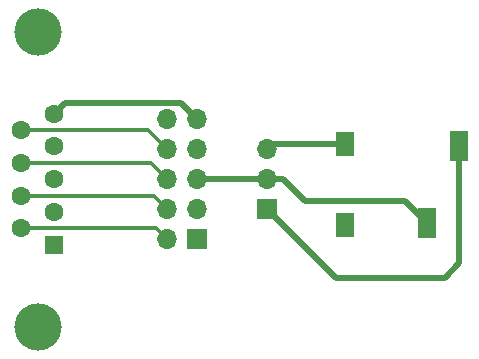
<source format=gbr>
%TF.GenerationSoftware,KiCad,Pcbnew,7.0.2*%
%TF.CreationDate,2024-01-06T01:05:47-08:00*%
%TF.ProjectId,MK_CommAdapter,4d4b5f43-6f6d-46d4-9164-61707465722e,1.0*%
%TF.SameCoordinates,Original*%
%TF.FileFunction,Copper,L1,Top*%
%TF.FilePolarity,Positive*%
%FSLAX46Y46*%
G04 Gerber Fmt 4.6, Leading zero omitted, Abs format (unit mm)*
G04 Created by KiCad (PCBNEW 7.0.2) date 2024-01-06 01:05:47*
%MOMM*%
%LPD*%
G01*
G04 APERTURE LIST*
%TA.AperFunction,ComponentPad*%
%ADD10R,1.700000X1.700000*%
%TD*%
%TA.AperFunction,ComponentPad*%
%ADD11O,1.700000X1.700000*%
%TD*%
%TA.AperFunction,SMDPad,CuDef*%
%ADD12R,1.500000X2.500000*%
%TD*%
%TA.AperFunction,SMDPad,CuDef*%
%ADD13R,1.500000X2.150000*%
%TD*%
%TA.AperFunction,ComponentPad*%
%ADD14C,4.000000*%
%TD*%
%TA.AperFunction,ComponentPad*%
%ADD15R,1.600000X1.600000*%
%TD*%
%TA.AperFunction,ComponentPad*%
%ADD16C,1.600000*%
%TD*%
%TA.AperFunction,Conductor*%
%ADD17C,0.300000*%
%TD*%
%TA.AperFunction,Conductor*%
%ADD18C,0.500000*%
%TD*%
G04 APERTURE END LIST*
D10*
%TO.P,J4,1,Pin_1*%
%TO.N,/DCD*%
X145039000Y-94528500D03*
D11*
%TO.P,J4,2,Pin_2*%
%TO.N,/TXD*%
X145039000Y-91988500D03*
%TO.P,J4,3,Pin_3*%
%TO.N,/RXD*%
X145039000Y-89448500D03*
%TO.P,J4,4,Pin_4*%
%TO.N,/DTR*%
X145039000Y-86908500D03*
%TO.P,J4,5,Pin_5*%
%TO.N,GND*%
X145039000Y-84368500D03*
%TO.P,J4,6,Pin_6*%
%TO.N,/DSR*%
X142499000Y-94528500D03*
%TO.P,J4,7,Pin_7*%
%TO.N,/RTS*%
X142499000Y-91988500D03*
%TO.P,J4,8,Pin_8*%
%TO.N,/CTS*%
X142499000Y-89448500D03*
%TO.P,J4,9,Pin_9*%
%TO.N,/RI*%
X142499000Y-86908500D03*
%TO.P,J4,10,Pin_10*%
%TO.N,/CH-GND*%
X142499000Y-84368500D03*
%TD*%
D10*
%TO.P,J3,1,Pin_1*%
%TO.N,GND*%
X151003000Y-91978500D03*
D11*
%TO.P,J3,2,Pin_2*%
%TO.N,/RXD*%
X151003000Y-89438500D03*
%TO.P,J3,3,Pin_3*%
%TO.N,/TXD*%
X151003000Y-86898500D03*
%TD*%
D12*
%TO.P,J2,3*%
%TO.N,/RXD*%
X164538200Y-93166000D03*
%TO.P,J2,1*%
%TO.N,GND*%
X167238200Y-86666000D03*
D13*
%TO.P,J2,4*%
%TO.N,unconnected-(J2-Pad4)*%
X157538200Y-93341000D03*
%TO.P,J2,2*%
%TO.N,/TXD*%
X157538200Y-86491000D03*
%TD*%
D14*
%TO.P,J1,0,PAD*%
%TO.N,/CH-GND*%
X131544200Y-101963500D03*
X131544200Y-76963500D03*
D15*
%TO.P,J1,1,1*%
%TO.N,/DCD*%
X132964200Y-95003500D03*
D16*
%TO.P,J1,2,2*%
%TO.N,/TXD*%
X132964200Y-92233500D03*
%TO.P,J1,3,3*%
%TO.N,/RXD*%
X132964200Y-89463500D03*
%TO.P,J1,4,4*%
%TO.N,/DTR*%
X132964200Y-86693500D03*
%TO.P,J1,5,5*%
%TO.N,GND*%
X132964200Y-83923500D03*
%TO.P,J1,6,6*%
%TO.N,/DSR*%
X130124200Y-93618500D03*
%TO.P,J1,7,7*%
%TO.N,/RTS*%
X130124200Y-90848500D03*
%TO.P,J1,8,8*%
%TO.N,/CTS*%
X130124200Y-88078500D03*
%TO.P,J1,9,9*%
%TO.N,/RI*%
X130124200Y-85308500D03*
%TD*%
D17*
%TO.N,/DSR*%
X141589000Y-93618500D02*
X142499000Y-94528500D01*
X130124200Y-93618500D02*
X141589000Y-93618500D01*
%TO.N,/RTS*%
X141359000Y-90848500D02*
X142499000Y-91988500D01*
X130124200Y-90848500D02*
X141359000Y-90848500D01*
%TO.N,/CTS*%
X141129000Y-88078500D02*
X142499000Y-89448500D01*
X130124200Y-88078500D02*
X141129000Y-88078500D01*
%TO.N,/RI*%
X140899000Y-85308500D02*
X142499000Y-86908500D01*
X130124200Y-85308500D02*
X140899000Y-85308500D01*
D18*
%TO.N,GND*%
X143689000Y-83018500D02*
X145039000Y-84368500D01*
X133869200Y-83018500D02*
X143689000Y-83018500D01*
X132964200Y-83923500D02*
X133869200Y-83018500D01*
%TO.N,/TXD*%
X157538200Y-86491000D02*
X151410500Y-86491000D01*
%TO.N,/RXD*%
X151003000Y-89438500D02*
X145049000Y-89438500D01*
X152328900Y-89438500D02*
X151003000Y-89438500D01*
X154203400Y-91313000D02*
X152328900Y-89438500D01*
X164538200Y-93166000D02*
X162685200Y-91313000D01*
X162685200Y-91313000D02*
X154203400Y-91313000D01*
%TO.N,GND*%
X156814500Y-97790000D02*
X151003000Y-91978500D01*
X166014400Y-97790000D02*
X156814500Y-97790000D01*
X167238200Y-86666000D02*
X167238200Y-96566200D01*
X167238200Y-96566200D02*
X166014400Y-97790000D01*
%TD*%
M02*

</source>
